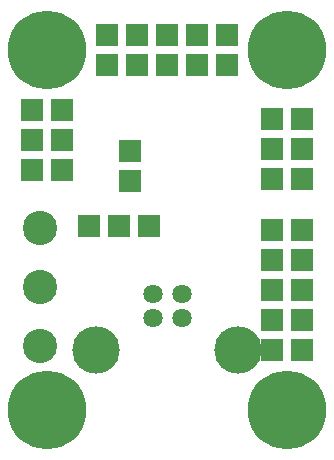
<source format=gbr>
G75*
G70*
%OFA0B0*%
%FSLAX24Y24*%
%IPPOS*%
%LPD*%
%AMOC8*
5,1,8,0,0,1.08239X$1,22.5*
%
%ADD10C,0.1143*%
%ADD11C,0.0642*%
%ADD12C,0.1580*%
%ADD13R,0.0730X0.0730*%
%ADD14C,0.2620*%
D10*
X002160Y004544D03*
X002160Y006512D03*
X002160Y008481D03*
D11*
X005918Y006260D03*
X005918Y005473D03*
X006902Y005473D03*
X006902Y006260D03*
D12*
X008772Y004410D03*
X004048Y004410D03*
D13*
X003785Y008535D03*
X004785Y008535D03*
X005785Y008535D03*
X005160Y010035D03*
X005160Y011035D03*
X002910Y011410D03*
X002910Y012410D03*
X001910Y012410D03*
X001910Y011410D03*
X001910Y010410D03*
X002910Y010410D03*
X004410Y013910D03*
X004410Y014910D03*
X005410Y014910D03*
X005410Y013910D03*
X006410Y013910D03*
X006410Y014910D03*
X007410Y014910D03*
X007410Y013910D03*
X008410Y013910D03*
X008410Y014910D03*
X009910Y012098D03*
X009910Y011098D03*
X009910Y010098D03*
X010910Y010098D03*
X010910Y011098D03*
X010910Y012098D03*
X010910Y008410D03*
X010910Y007410D03*
X010910Y006410D03*
X010910Y005410D03*
X010910Y004410D03*
X009910Y004410D03*
X009910Y005410D03*
X009910Y006410D03*
X009910Y007410D03*
X009910Y008410D03*
D14*
X002410Y002410D03*
X010410Y002410D03*
X010410Y014410D03*
X002410Y014410D03*
M02*

</source>
